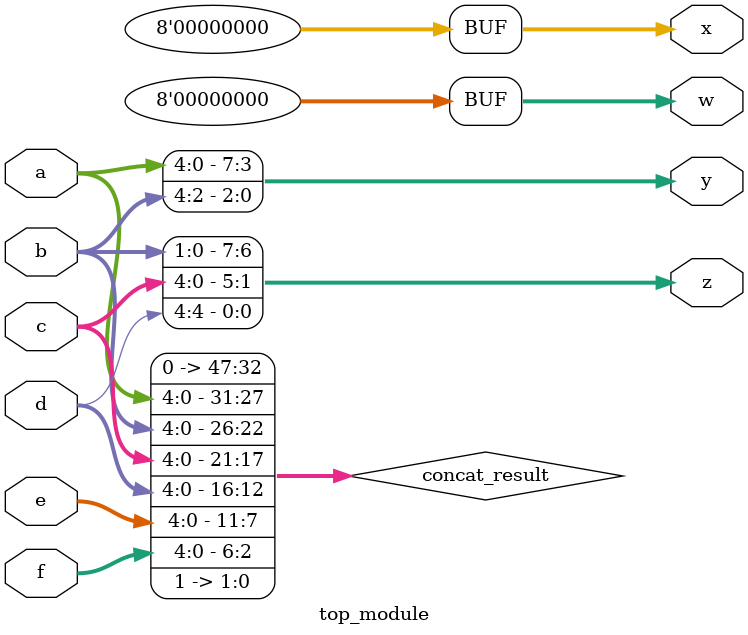
<source format=sv>
module top_module (
    input [4:0] a,
    input [4:0] b,
    input [4:0] c,
    input [4:0] d,
    input [4:0] e,
    input [4:0] f,
    output [7:0] w,
    output [7:0] x,
    output [7:0] y,
    output [7:0] z
);

    wire [47:0] concat_result;

    assign concat_result = {a, b, c, d, e, f, 2'b11};

    assign w = concat_result[47:40];
    assign x = concat_result[39:32];
    assign y = concat_result[31:24];
    assign z = concat_result[23:16];

endmodule

</source>
